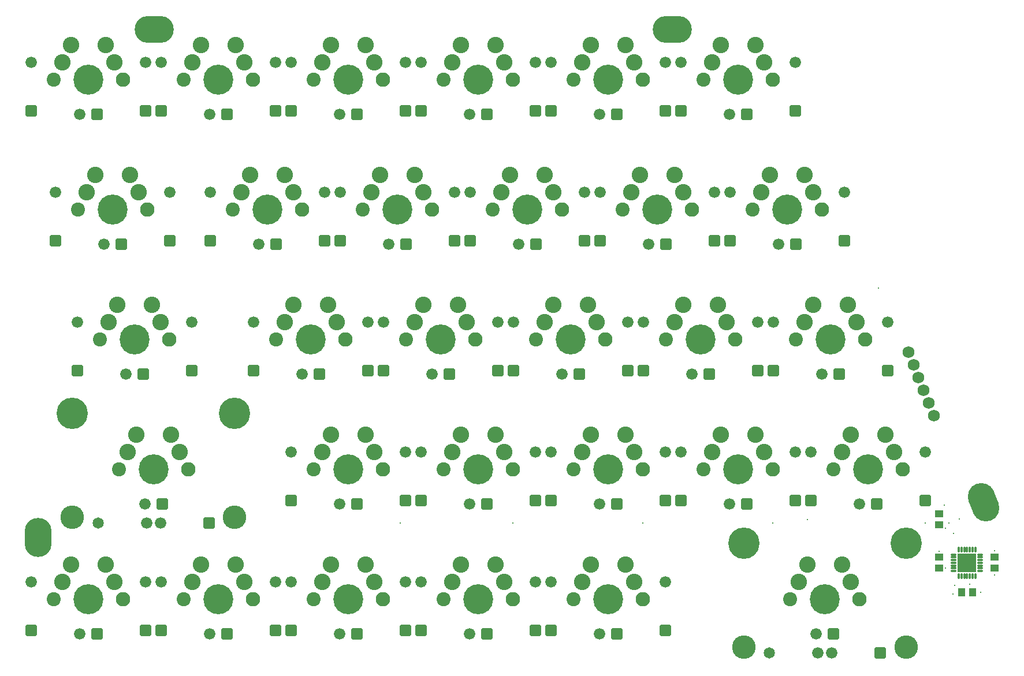
<source format=gbs>
G04*
G04 #@! TF.GenerationSoftware,Altium Limited,Altium Designer,18.1.7 (191)*
G04*
G04 Layer_Color=16711935*
%FSLAX25Y25*%
%MOIN*%
G70*
G01*
G75*
%ADD19R,0.04143X0.04537*%
G04:AMPARAMS|DCode=21|XSize=65mil|YSize=65mil|CornerRadius=8.9mil|HoleSize=0mil|Usage=FLASHONLY|Rotation=270.000|XOffset=0mil|YOffset=0mil|HoleType=Round|Shape=RoundedRectangle|*
%AMROUNDEDRECTD21*
21,1,0.06500,0.04720,0,0,270.0*
21,1,0.04720,0.06500,0,0,270.0*
1,1,0.01780,-0.02360,-0.02360*
1,1,0.01780,-0.02360,0.02360*
1,1,0.01780,0.02360,0.02360*
1,1,0.01780,0.02360,-0.02360*
%
%ADD21ROUNDEDRECTD21*%
%ADD22C,0.06600*%
%ADD23C,0.17300*%
%ADD24C,0.08300*%
%ADD25C,0.08100*%
%ADD26C,0.09500*%
G04:AMPARAMS|DCode=27|XSize=65mil|YSize=65mil|CornerRadius=8.9mil|HoleSize=0mil|Usage=FLASHONLY|Rotation=0.000|XOffset=0mil|YOffset=0mil|HoleType=Round|Shape=RoundedRectangle|*
%AMROUNDEDRECTD27*
21,1,0.06500,0.04720,0,0,0.0*
21,1,0.04720,0.06500,0,0,0.0*
1,1,0.01780,0.02360,-0.02360*
1,1,0.01780,-0.02360,-0.02360*
1,1,0.01780,-0.02360,0.02360*
1,1,0.01780,0.02360,0.02360*
%
%ADD27ROUNDEDRECTD27*%
%ADD28C,0.06500*%
%ADD29C,0.18100*%
%ADD30C,0.13600*%
%ADD31C,0.06900*%
%ADD32O,0.15600X0.22600*%
G04:AMPARAMS|DCode=33|XSize=226mil|YSize=156mil|CornerRadius=0mil|HoleSize=0mil|Usage=FLASHONLY|Rotation=112.000|XOffset=0mil|YOffset=0mil|HoleType=Round|Shape=Round|*
%AMOVALD33*
21,1,0.07000,0.15600,0.00000,0.00000,112.0*
1,1,0.15600,0.01311,-0.03245*
1,1,0.15600,-0.01311,0.03245*
%
%ADD33OVALD33*%

%ADD34O,0.22600X0.15600*%
%ADD35C,0.01200*%
%ADD57R,0.11033X0.11033*%
%ADD58O,0.01387X0.03947*%
%ADD59O,0.03947X0.01387*%
%ADD60R,0.04537X0.04143*%
D19*
X543850Y44000D02*
D03*
X550150D02*
D03*
D21*
X6962Y321962D02*
D03*
X72962D02*
D03*
X147962D02*
D03*
X81963D02*
D03*
X156963D02*
D03*
X222962D02*
D03*
X297962D02*
D03*
X231962D02*
D03*
X306962D02*
D03*
X372962D02*
D03*
X447963D02*
D03*
X381962D02*
D03*
X21025Y246962D02*
D03*
X87025D02*
D03*
X176087D02*
D03*
X110088D02*
D03*
X185088D02*
D03*
X251087D02*
D03*
X326087D02*
D03*
X260087D02*
D03*
X335087D02*
D03*
X401088D02*
D03*
X476088D02*
D03*
X410087D02*
D03*
X33525Y171962D02*
D03*
X99525D02*
D03*
X201087D02*
D03*
X135088D02*
D03*
X210087D02*
D03*
X276087D02*
D03*
X351087D02*
D03*
X285087D02*
D03*
X360087D02*
D03*
X426088D02*
D03*
X501088D02*
D03*
X435087D02*
D03*
X156963Y96962D02*
D03*
X222962D02*
D03*
X297962D02*
D03*
X231962D02*
D03*
X306962D02*
D03*
X372962D02*
D03*
X447963D02*
D03*
X381962D02*
D03*
X456962D02*
D03*
X522963D02*
D03*
X72962Y21962D02*
D03*
X6962D02*
D03*
X81963D02*
D03*
X147962D02*
D03*
X222962D02*
D03*
X156963D02*
D03*
X231962D02*
D03*
X297962D02*
D03*
X372962D02*
D03*
X306962D02*
D03*
D22*
X6962Y349962D02*
D03*
X34962Y319963D02*
D03*
X72962Y349962D02*
D03*
X147962D02*
D03*
X109962Y319963D02*
D03*
X81963Y349962D02*
D03*
X156963D02*
D03*
X184962Y319963D02*
D03*
X222962Y349962D02*
D03*
X297962D02*
D03*
X259963Y319963D02*
D03*
X231962Y349962D02*
D03*
X306962D02*
D03*
X334963Y319963D02*
D03*
X372962Y349962D02*
D03*
X447963D02*
D03*
X409963Y319963D02*
D03*
X381962Y349962D02*
D03*
X21025Y274962D02*
D03*
X49025Y244963D02*
D03*
X87025Y274962D02*
D03*
X176087D02*
D03*
X138087Y244963D02*
D03*
X110088Y274962D02*
D03*
X185088D02*
D03*
X213088Y244963D02*
D03*
X251087Y274962D02*
D03*
X326087D02*
D03*
X288088Y244963D02*
D03*
X260087Y274962D02*
D03*
X335087D02*
D03*
X363088Y244963D02*
D03*
X401088Y274962D02*
D03*
X476088D02*
D03*
X438088Y244963D02*
D03*
X410087Y274962D02*
D03*
X33525Y199962D02*
D03*
X61525Y169963D02*
D03*
X99525Y199962D02*
D03*
X201087D02*
D03*
X163087Y169963D02*
D03*
X135088Y199962D02*
D03*
X210087D02*
D03*
X238088Y169963D02*
D03*
X276087Y199962D02*
D03*
X351087D02*
D03*
X313088Y169963D02*
D03*
X285087Y199962D02*
D03*
X360087D02*
D03*
X388088Y169963D02*
D03*
X426088Y199962D02*
D03*
X501088D02*
D03*
X463088Y169963D02*
D03*
X435087Y199962D02*
D03*
X73462Y83963D02*
D03*
X72462Y94963D02*
D03*
X81463Y83963D02*
D03*
X156963Y124962D02*
D03*
X184962Y94963D02*
D03*
X222962Y124962D02*
D03*
X297962D02*
D03*
X259963Y94963D02*
D03*
X231962Y124962D02*
D03*
X306962D02*
D03*
X334963Y94963D02*
D03*
X372962Y124962D02*
D03*
X447963D02*
D03*
X409963Y94963D02*
D03*
X381962Y124962D02*
D03*
X456962D02*
D03*
X484963Y94963D02*
D03*
X522963Y124962D02*
D03*
X72962Y49962D02*
D03*
X34962Y19963D02*
D03*
X6962Y49962D02*
D03*
X81963D02*
D03*
X109962Y19963D02*
D03*
X147962Y49962D02*
D03*
X222962D02*
D03*
X184962Y19963D02*
D03*
X156963Y49962D02*
D03*
X231962D02*
D03*
X259963Y19963D02*
D03*
X297962Y49962D02*
D03*
X372962D02*
D03*
X334963Y19963D02*
D03*
X306962Y49962D02*
D03*
X460962Y8963D02*
D03*
X459963Y19963D02*
D03*
X468962Y8963D02*
D03*
D23*
X39963Y339963D02*
D03*
X114962D02*
D03*
X189962D02*
D03*
X264963D02*
D03*
X339963D02*
D03*
X414962D02*
D03*
X54025Y264963D02*
D03*
X143087D02*
D03*
X218088D02*
D03*
X293088D02*
D03*
X368088D02*
D03*
X443087D02*
D03*
X66525Y189962D02*
D03*
X168087D02*
D03*
X243088D02*
D03*
X318088D02*
D03*
X393088D02*
D03*
X468087D02*
D03*
X77463Y114962D02*
D03*
X189962D02*
D03*
X264963D02*
D03*
X339963D02*
D03*
X414962D02*
D03*
X489962D02*
D03*
X39963Y39963D02*
D03*
X114962D02*
D03*
X189962D02*
D03*
X264963D02*
D03*
X339963D02*
D03*
X464962D02*
D03*
D24*
X59962Y339963D02*
D03*
X134962D02*
D03*
X209963D02*
D03*
X284963D02*
D03*
X359963D02*
D03*
X434963D02*
D03*
X74025Y264963D02*
D03*
X163087D02*
D03*
X238088D02*
D03*
X313088D02*
D03*
X388088D02*
D03*
X463088D02*
D03*
X86525Y189962D02*
D03*
X188087D02*
D03*
X263088D02*
D03*
X338088D02*
D03*
X413088D02*
D03*
X488088D02*
D03*
X97462Y114962D02*
D03*
X209963D02*
D03*
X284963D02*
D03*
X359963D02*
D03*
X434963D02*
D03*
X509963D02*
D03*
X59962Y39963D02*
D03*
X134962D02*
D03*
X209963D02*
D03*
X284963D02*
D03*
X359963D02*
D03*
X484963D02*
D03*
D25*
X19963Y339963D02*
D03*
X94963D02*
D03*
X169963D02*
D03*
X244963D02*
D03*
X319963D02*
D03*
X394963D02*
D03*
X34025Y264963D02*
D03*
X123088D02*
D03*
X198088D02*
D03*
X273088D02*
D03*
X348088D02*
D03*
X423088D02*
D03*
X46525Y189962D02*
D03*
X148088D02*
D03*
X223088D02*
D03*
X298088D02*
D03*
X373088D02*
D03*
X448088D02*
D03*
X57463Y114962D02*
D03*
X169963D02*
D03*
X244963D02*
D03*
X319963D02*
D03*
X394963D02*
D03*
X469963D02*
D03*
X19963Y39963D02*
D03*
X94963D02*
D03*
X169963D02*
D03*
X244963D02*
D03*
X319963D02*
D03*
X444963D02*
D03*
D26*
X24962Y349962D02*
D03*
X49962Y359963D02*
D03*
X29963D02*
D03*
X54962Y349962D02*
D03*
X129963D02*
D03*
X104963Y359963D02*
D03*
X124962D02*
D03*
X99963Y349962D02*
D03*
X174962D02*
D03*
X199962Y359963D02*
D03*
X179963D02*
D03*
X204962Y349962D02*
D03*
X279962D02*
D03*
X254962Y359963D02*
D03*
X274962D02*
D03*
X249962Y349962D02*
D03*
X324962D02*
D03*
X349962Y359963D02*
D03*
X329962D02*
D03*
X354962Y349962D02*
D03*
X429962D02*
D03*
X404962Y359963D02*
D03*
X424963D02*
D03*
X399962Y349962D02*
D03*
X39025Y274962D02*
D03*
X64025Y284963D02*
D03*
X44025D02*
D03*
X69025Y274962D02*
D03*
X158088D02*
D03*
X133088Y284963D02*
D03*
X153087D02*
D03*
X128087Y274962D02*
D03*
X203087D02*
D03*
X228087Y284963D02*
D03*
X208087D02*
D03*
X233087Y274962D02*
D03*
X308087D02*
D03*
X283087Y284963D02*
D03*
X303087D02*
D03*
X278087Y274962D02*
D03*
X353087D02*
D03*
X378087Y284963D02*
D03*
X358087D02*
D03*
X383087Y274962D02*
D03*
X458087D02*
D03*
X433087Y284963D02*
D03*
X453088D02*
D03*
X428088Y274962D02*
D03*
X51525Y199962D02*
D03*
X76525Y209963D02*
D03*
X56525D02*
D03*
X81525Y199962D02*
D03*
X183088D02*
D03*
X158088Y209963D02*
D03*
X178087D02*
D03*
X153087Y199962D02*
D03*
X228087D02*
D03*
X253087Y209963D02*
D03*
X233087D02*
D03*
X258087Y199962D02*
D03*
X333087D02*
D03*
X308087Y209963D02*
D03*
X328087D02*
D03*
X303087Y199962D02*
D03*
X378087D02*
D03*
X403088Y209963D02*
D03*
X383087D02*
D03*
X408087Y199962D02*
D03*
X483087D02*
D03*
X458087Y209963D02*
D03*
X478088D02*
D03*
X453088Y199962D02*
D03*
X62463Y124962D02*
D03*
X87463Y134962D02*
D03*
X67462D02*
D03*
X92462Y124962D02*
D03*
X174962D02*
D03*
X199962Y134962D02*
D03*
X179963D02*
D03*
X204962Y124962D02*
D03*
X279962D02*
D03*
X254962Y134962D02*
D03*
X274962D02*
D03*
X249962Y124962D02*
D03*
X324962D02*
D03*
X349962Y134962D02*
D03*
X329962D02*
D03*
X354962Y124962D02*
D03*
X429962D02*
D03*
X404962Y134962D02*
D03*
X424963D02*
D03*
X399962Y124962D02*
D03*
X474963D02*
D03*
X499963Y134962D02*
D03*
X479962D02*
D03*
X504962Y124962D02*
D03*
X54962Y49962D02*
D03*
X29963Y59962D02*
D03*
X49962D02*
D03*
X24962Y49962D02*
D03*
X99963D02*
D03*
X124962Y59962D02*
D03*
X104963D02*
D03*
X129963Y49962D02*
D03*
X204962D02*
D03*
X179963Y59962D02*
D03*
X199962D02*
D03*
X174962Y49962D02*
D03*
X249962D02*
D03*
X274962Y59962D02*
D03*
X254962D02*
D03*
X279962Y49962D02*
D03*
X354962D02*
D03*
X329962Y59962D02*
D03*
X349962D02*
D03*
X324962Y49962D02*
D03*
X449963D02*
D03*
X474963Y59962D02*
D03*
X454962D02*
D03*
X479962Y49962D02*
D03*
D27*
X44962Y319963D02*
D03*
X119963D02*
D03*
X194963D02*
D03*
X269963D02*
D03*
X344963D02*
D03*
X419963D02*
D03*
X59025Y244963D02*
D03*
X148088D02*
D03*
X223088D02*
D03*
X298088D02*
D03*
X373088D02*
D03*
X448088D02*
D03*
X71525Y169963D02*
D03*
X173088D02*
D03*
X248088D02*
D03*
X323088D02*
D03*
X398088D02*
D03*
X473088D02*
D03*
X82463Y94963D02*
D03*
X109462Y83963D02*
D03*
X194963Y94963D02*
D03*
X269963D02*
D03*
X344963D02*
D03*
X419963D02*
D03*
X494963D02*
D03*
X44962Y19963D02*
D03*
X119963D02*
D03*
X194963D02*
D03*
X269963D02*
D03*
X344963D02*
D03*
X469963D02*
D03*
X496962Y8963D02*
D03*
D28*
X45463Y83963D02*
D03*
X432963Y8963D02*
D03*
D29*
X124363Y147462D02*
D03*
X30562D02*
D03*
X511863Y72462D02*
D03*
X418062D02*
D03*
D30*
X124363Y87463D02*
D03*
X30562D02*
D03*
X511863Y12462D02*
D03*
X418062D02*
D03*
D31*
X527859Y146074D02*
D03*
X524909Y153375D02*
D03*
X521959Y160675D02*
D03*
X519000Y168000D02*
D03*
X516041Y175325D02*
D03*
X513091Y182625D02*
D03*
D32*
X10836Y75765D02*
D03*
D33*
X556660Y95953D02*
D03*
D34*
X376978Y369089D02*
D03*
X77765D02*
D03*
D35*
X530800Y67500D02*
D03*
X542552Y86376D02*
D03*
X548500Y48500D02*
D03*
X555000Y44000D02*
D03*
X540037Y47962D02*
D03*
X539000Y43000D02*
D03*
X544835Y58835D02*
D03*
X549165D02*
D03*
X544835Y63165D02*
D03*
X549165D02*
D03*
X534000Y94226D02*
D03*
X534500Y57850D02*
D03*
X563000Y68000D02*
D03*
X536400Y83963D02*
D03*
X534696Y81000D02*
D03*
X539323Y78000D02*
D03*
X496000Y219500D02*
D03*
X563000Y54000D02*
D03*
X435000Y84000D02*
D03*
X454962Y86000D02*
D03*
X220000Y84000D02*
D03*
X285000D02*
D03*
X360000D02*
D03*
X522963Y83963D02*
D03*
D57*
X547000Y61000D02*
D03*
D58*
X551724Y68677D02*
D03*
X550150D02*
D03*
X548575D02*
D03*
X547000D02*
D03*
X545425D02*
D03*
X543850D02*
D03*
X542276D02*
D03*
Y53323D02*
D03*
X543850D02*
D03*
X545425D02*
D03*
X547000D02*
D03*
X548575D02*
D03*
X550150D02*
D03*
X551724D02*
D03*
D59*
X539323Y65724D02*
D03*
Y64150D02*
D03*
Y62575D02*
D03*
Y61000D02*
D03*
Y59425D02*
D03*
Y57850D02*
D03*
Y56276D02*
D03*
X554677D02*
D03*
Y57850D02*
D03*
Y59425D02*
D03*
Y61000D02*
D03*
Y62575D02*
D03*
Y64150D02*
D03*
Y65724D02*
D03*
D60*
X563000Y57850D02*
D03*
Y64150D02*
D03*
X531000Y64150D02*
D03*
Y57850D02*
D03*
Y89299D02*
D03*
Y83000D02*
D03*
M02*

</source>
